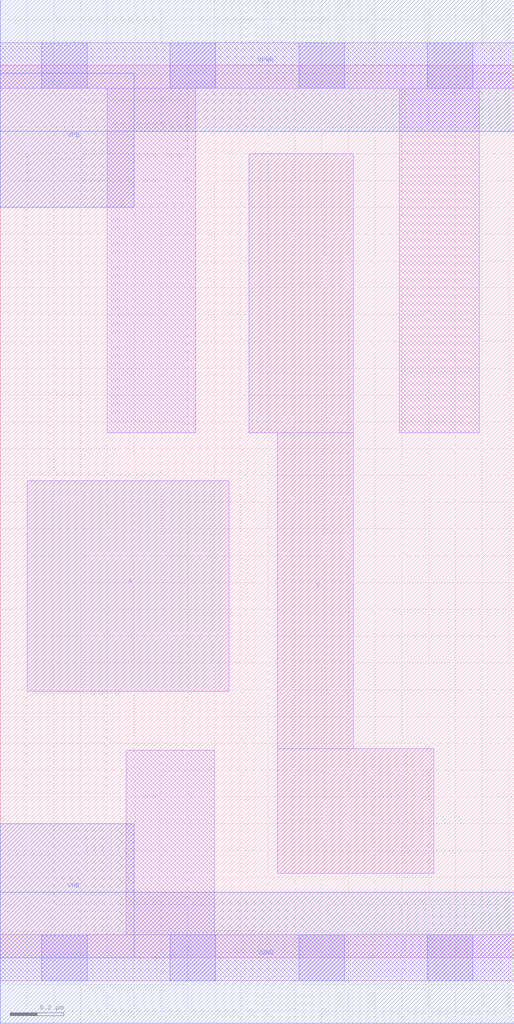
<source format=lef>
# Copyright 2020 The SkyWater PDK Authors
#
# Licensed under the Apache License, Version 2.0 (the "License");
# you may not use this file except in compliance with the License.
# You may obtain a copy of the License at
#
#     https://www.apache.org/licenses/LICENSE-2.0
#
# Unless required by applicable law or agreed to in writing, software
# distributed under the License is distributed on an "AS IS" BASIS,
# WITHOUT WARRANTIES OR CONDITIONS OF ANY KIND, either express or implied.
# See the License for the specific language governing permissions and
# limitations under the License.
#
# SPDX-License-Identifier: Apache-2.0

VERSION 5.5 ;
NAMESCASESENSITIVE ON ;
BUSBITCHARS "[]" ;
DIVIDERCHAR "/" ;
MACRO sky130_fd_sc_lp__clkinvlp_2
  CLASS CORE ;
  SOURCE USER ;
  ORIGIN  0.000000  0.000000 ;
  SIZE  1.920000 BY  3.330000 ;
  SYMMETRY X Y R90 ;
  SITE unit ;
  PIN A
    ANTENNAGATEAREA  0.665000 ;
    DIRECTION INPUT ;
    USE SIGNAL ;
    PORT
      LAYER li1 ;
        RECT 0.100000 0.995000 0.855000 1.780000 ;
    END
  END A
  PIN Y
    ANTENNADIFFAREA  0.436750 ;
    DIRECTION OUTPUT ;
    USE SIGNAL ;
    PORT
      LAYER li1 ;
        RECT 0.930000 1.960000 1.320000 3.000000 ;
        RECT 1.035000 0.315000 1.620000 0.780000 ;
        RECT 1.035000 0.780000 1.320000 1.960000 ;
    END
  END Y
  PIN VGND
    DIRECTION INOUT ;
    USE GROUND ;
    PORT
      LAYER met1 ;
        RECT 0.000000 -0.245000 1.920000 0.245000 ;
    END
  END VGND
  PIN VNB
    DIRECTION INOUT ;
    USE GROUND ;
    PORT
    END
  END VNB
  PIN VPB
    DIRECTION INOUT ;
    USE POWER ;
    PORT
    END
  END VPB
  PIN VNB
    DIRECTION INOUT ;
    USE GROUND ;
    PORT
      LAYER met1 ;
        RECT 0.000000 0.000000 0.500000 0.500000 ;
    END
  END VNB
  PIN VPB
    DIRECTION INOUT ;
    USE POWER ;
    PORT
      LAYER met1 ;
        RECT 0.000000 2.800000 0.500000 3.300000 ;
    END
  END VPB
  PIN VPWR
    DIRECTION INOUT ;
    USE POWER ;
    PORT
      LAYER met1 ;
        RECT 0.000000 3.085000 1.920000 3.575000 ;
    END
  END VPWR
  OBS
    LAYER li1 ;
      RECT 0.000000 -0.085000 1.920000 0.085000 ;
      RECT 0.000000  3.245000 1.920000 3.415000 ;
      RECT 0.400000  1.960000 0.730000 3.245000 ;
      RECT 0.470000  0.085000 0.800000 0.775000 ;
      RECT 1.490000  1.960000 1.790000 3.245000 ;
    LAYER mcon ;
      RECT 0.155000 -0.085000 0.325000 0.085000 ;
      RECT 0.155000  3.245000 0.325000 3.415000 ;
      RECT 0.635000 -0.085000 0.805000 0.085000 ;
      RECT 0.635000  3.245000 0.805000 3.415000 ;
      RECT 1.115000 -0.085000 1.285000 0.085000 ;
      RECT 1.115000  3.245000 1.285000 3.415000 ;
      RECT 1.595000 -0.085000 1.765000 0.085000 ;
      RECT 1.595000  3.245000 1.765000 3.415000 ;
  END
END sky130_fd_sc_lp__clkinvlp_2
END LIBRARY

</source>
